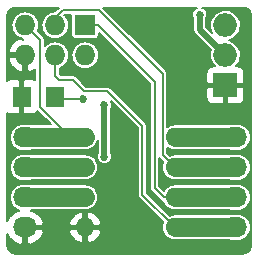
<source format=gtl>
G04 #@! TF.FileFunction,Copper,L1,Top,Signal*
%FSLAX46Y46*%
G04 Gerber Fmt 4.6, Leading zero omitted, Abs format (unit mm)*
G04 Created by KiCad (PCBNEW 4.0.1-stable) date 26.1.2016 16.01.09*
%MOMM*%
G01*
G04 APERTURE LIST*
%ADD10C,0.100000*%
%ADD11O,1.600000X1.600000*%
%ADD12O,2.032000X1.727200*%
%ADD13O,1.998980X1.998980*%
%ADD14R,1.998980X1.998980*%
%ADD15R,1.727200X1.727200*%
%ADD16O,1.727200X1.727200*%
%ADD17R,1.597660X1.800860*%
%ADD18C,0.685800*%
%ADD19C,0.500000*%
%ADD20C,1.600000*%
%ADD21C,0.200000*%
G04 APERTURE END LIST*
D10*
D11*
X172720000Y-109220000D03*
X172720000Y-111760000D03*
X172720000Y-114300000D03*
X172720000Y-116840000D03*
X180340000Y-116840000D03*
X180340000Y-114300000D03*
X180340000Y-111760000D03*
X180340000Y-109220000D03*
D12*
X167640000Y-109220000D03*
X167640000Y-111760000D03*
X167640000Y-114300000D03*
X167640000Y-116840000D03*
X185420000Y-116840000D03*
X185420000Y-114300000D03*
X185420000Y-111760000D03*
X185420000Y-109220000D03*
D13*
X184597040Y-99738180D03*
D14*
X184597040Y-104818180D03*
D13*
X184597040Y-102278180D03*
D15*
X172720000Y-99720400D03*
D16*
X172720000Y-102260400D03*
X170180000Y-99720400D03*
X170180000Y-102260400D03*
X167640000Y-99720400D03*
X167640000Y-102260400D03*
D17*
X170169840Y-105763060D03*
X167330120Y-105763060D03*
D18*
X182422800Y-98831400D03*
X174345600Y-106502200D03*
X174345600Y-110845600D03*
X172516800Y-105968800D03*
D19*
X182422800Y-98831400D02*
X182422800Y-100103940D01*
X182422800Y-100103940D02*
X184597040Y-102278180D01*
D20*
X180340000Y-109220000D02*
X185420000Y-109220000D01*
D19*
X174345600Y-110845600D02*
X174345600Y-106502200D01*
D21*
X167640000Y-99720400D02*
X168910000Y-100990400D01*
X168910000Y-100990400D02*
X168910000Y-106656802D01*
X168910000Y-106656802D02*
X171473198Y-109220000D01*
X171473198Y-109220000D02*
X171588630Y-109220000D01*
X171588630Y-109220000D02*
X172720000Y-109220000D01*
D20*
X172720000Y-109220000D02*
X167640000Y-109220000D01*
X172720000Y-111760000D02*
X167640000Y-111760000D01*
X172720000Y-114300000D02*
X167640000Y-114300000D01*
D21*
X174599600Y-105308400D02*
X172720000Y-105308400D01*
X170180000Y-102260400D02*
X170180000Y-103987600D01*
X170180000Y-103987600D02*
X170535600Y-104343200D01*
X170535600Y-104343200D02*
X171653200Y-104343200D01*
X172618400Y-105308400D02*
X172720000Y-105308400D01*
X171653200Y-104343200D02*
X172618400Y-105308400D01*
X180340000Y-116840000D02*
X177571400Y-114071400D01*
X177571400Y-114071400D02*
X177571400Y-108280200D01*
X177571400Y-108280200D02*
X174599600Y-105308400D01*
D20*
X180340000Y-116840000D02*
X185420000Y-116840000D01*
D21*
X172720000Y-99720400D02*
X173783600Y-99720400D01*
X179400200Y-114300000D02*
X180340000Y-114300000D01*
X178612800Y-113512600D02*
X179400200Y-114300000D01*
X178612800Y-104549600D02*
X178612800Y-113512600D01*
X173783600Y-99720400D02*
X178612800Y-104549600D01*
D20*
X180340000Y-114300000D02*
X185420000Y-114300000D01*
D21*
X170180000Y-99720400D02*
X170180000Y-99085400D01*
X170180000Y-99085400D02*
X170840400Y-98425000D01*
X179287599Y-110707599D02*
X180340000Y-111760000D01*
X170840400Y-98425000D02*
X173888400Y-98425000D01*
X173888400Y-98425000D02*
X179287599Y-103824199D01*
X179287599Y-103824199D02*
X179287599Y-110707599D01*
D20*
X180340000Y-111760000D02*
X185420000Y-111760000D01*
D21*
X172516800Y-105968800D02*
X170375580Y-105968800D01*
X170375580Y-105968800D02*
X170169840Y-105763060D01*
G36*
X170144551Y-98555164D02*
X169961963Y-98571781D01*
X169744108Y-98635899D01*
X169542855Y-98741111D01*
X169365872Y-98883410D01*
X169219898Y-99057374D01*
X169110494Y-99256379D01*
X169041827Y-99472844D01*
X169016513Y-99698524D01*
X169016400Y-99714770D01*
X169016400Y-99726030D01*
X169038561Y-99952041D01*
X169104198Y-100169443D01*
X169210813Y-100369956D01*
X169354343Y-100545942D01*
X169529323Y-100690698D01*
X169729087Y-100798710D01*
X169946026Y-100865864D01*
X170171877Y-100889602D01*
X170398037Y-100869019D01*
X170615892Y-100804901D01*
X170817145Y-100699689D01*
X170994128Y-100557390D01*
X171140102Y-100383426D01*
X171249506Y-100184421D01*
X171318173Y-99967956D01*
X171343487Y-99742276D01*
X171343600Y-99726030D01*
X171343600Y-99714770D01*
X171321439Y-99488759D01*
X171255802Y-99271357D01*
X171149187Y-99070844D01*
X171005657Y-98894858D01*
X170967661Y-98863425D01*
X171006085Y-98825000D01*
X171559468Y-98825000D01*
X171554949Y-98856800D01*
X171554949Y-100584000D01*
X171558759Y-100631774D01*
X171583852Y-100712803D01*
X171630526Y-100783634D01*
X171695085Y-100838657D01*
X171772418Y-100873516D01*
X171856400Y-100885451D01*
X173583600Y-100885451D01*
X173631374Y-100881641D01*
X173712403Y-100856548D01*
X173783234Y-100809874D01*
X173838257Y-100745315D01*
X173873116Y-100667982D01*
X173885051Y-100584000D01*
X173885051Y-100387537D01*
X178212800Y-104715286D01*
X178212800Y-113512600D01*
X178216407Y-113549384D01*
X178219626Y-113586180D01*
X178220213Y-113588199D01*
X178220418Y-113590294D01*
X178231101Y-113625677D01*
X178241406Y-113661147D01*
X178242374Y-113663015D01*
X178242982Y-113665028D01*
X178260331Y-113697658D01*
X178277332Y-113730455D01*
X178278644Y-113732098D01*
X178279632Y-113733957D01*
X178303002Y-113762611D01*
X178326036Y-113791466D01*
X178328924Y-113794396D01*
X178328972Y-113794454D01*
X178329026Y-113794499D01*
X178329957Y-113795443D01*
X179117357Y-114582843D01*
X179145942Y-114606323D01*
X179174213Y-114630045D01*
X179176055Y-114631058D01*
X179177682Y-114632394D01*
X179210253Y-114649858D01*
X179242623Y-114667654D01*
X179244629Y-114668290D01*
X179246482Y-114669284D01*
X179281820Y-114680088D01*
X179307789Y-114688326D01*
X179314776Y-114712067D01*
X179414237Y-114902320D01*
X179548758Y-115069630D01*
X179713214Y-115207625D01*
X179901342Y-115311049D01*
X180105975Y-115375962D01*
X180319320Y-115399893D01*
X180334678Y-115400000D01*
X184898970Y-115400000D01*
X185019306Y-115438173D01*
X185244986Y-115463487D01*
X185261232Y-115463600D01*
X185578768Y-115463600D01*
X185804779Y-115441439D01*
X186022181Y-115375802D01*
X186222694Y-115269187D01*
X186398680Y-115125657D01*
X186543436Y-114950677D01*
X186651448Y-114750913D01*
X186718602Y-114533974D01*
X186742340Y-114308123D01*
X186721757Y-114081963D01*
X186657639Y-113864108D01*
X186552427Y-113662855D01*
X186410128Y-113485872D01*
X186236164Y-113339898D01*
X186037159Y-113230494D01*
X185820694Y-113161827D01*
X185595014Y-113136513D01*
X185578768Y-113136400D01*
X185261232Y-113136400D01*
X185035221Y-113158561D01*
X184897967Y-113200000D01*
X180334678Y-113200000D01*
X180121020Y-113220949D01*
X179915501Y-113282999D01*
X179725947Y-113383787D01*
X179559580Y-113519472D01*
X179422737Y-113684888D01*
X179397482Y-113731596D01*
X179012800Y-113346914D01*
X179012800Y-110998486D01*
X179330251Y-111315937D01*
X179320629Y-111333733D01*
X179257145Y-111538814D01*
X179234705Y-111752321D01*
X179254162Y-111966119D01*
X179314776Y-112172067D01*
X179414237Y-112362320D01*
X179548758Y-112529630D01*
X179713214Y-112667625D01*
X179901342Y-112771049D01*
X180105975Y-112835962D01*
X180319320Y-112859893D01*
X180334678Y-112860000D01*
X184898970Y-112860000D01*
X185019306Y-112898173D01*
X185244986Y-112923487D01*
X185261232Y-112923600D01*
X185578768Y-112923600D01*
X185804779Y-112901439D01*
X186022181Y-112835802D01*
X186222694Y-112729187D01*
X186398680Y-112585657D01*
X186543436Y-112410677D01*
X186651448Y-112210913D01*
X186718602Y-111993974D01*
X186742340Y-111768123D01*
X186721757Y-111541963D01*
X186657639Y-111324108D01*
X186552427Y-111122855D01*
X186410128Y-110945872D01*
X186236164Y-110799898D01*
X186037159Y-110690494D01*
X185820694Y-110621827D01*
X185595014Y-110596513D01*
X185578768Y-110596400D01*
X185261232Y-110596400D01*
X185035221Y-110618561D01*
X184897967Y-110660000D01*
X180334678Y-110660000D01*
X180121020Y-110680949D01*
X179915501Y-110742999D01*
X179897994Y-110752308D01*
X179687599Y-110541913D01*
X179687599Y-110106131D01*
X179713214Y-110127625D01*
X179901342Y-110231049D01*
X180105975Y-110295962D01*
X180319320Y-110319893D01*
X180334678Y-110320000D01*
X184898970Y-110320000D01*
X185019306Y-110358173D01*
X185244986Y-110383487D01*
X185261232Y-110383600D01*
X185578768Y-110383600D01*
X185804779Y-110361439D01*
X186022181Y-110295802D01*
X186222694Y-110189187D01*
X186398680Y-110045657D01*
X186543436Y-109870677D01*
X186651448Y-109670913D01*
X186718602Y-109453974D01*
X186742340Y-109228123D01*
X186721757Y-109001963D01*
X186657639Y-108784108D01*
X186552427Y-108582855D01*
X186410128Y-108405872D01*
X186236164Y-108259898D01*
X186037159Y-108150494D01*
X185820694Y-108081827D01*
X185595014Y-108056513D01*
X185578768Y-108056400D01*
X185261232Y-108056400D01*
X185035221Y-108078561D01*
X184897967Y-108120000D01*
X180334678Y-108120000D01*
X180121020Y-108140949D01*
X179915501Y-108202999D01*
X179725947Y-108303787D01*
X179687599Y-108335063D01*
X179687599Y-105124180D01*
X182989550Y-105124180D01*
X182989550Y-105877553D01*
X183012915Y-105995017D01*
X183058747Y-106105666D01*
X183125286Y-106205248D01*
X183209973Y-106289935D01*
X183309554Y-106356473D01*
X183420203Y-106402305D01*
X183537667Y-106425670D01*
X184291040Y-106425670D01*
X184443040Y-106273670D01*
X184443040Y-104972180D01*
X184751040Y-104972180D01*
X184751040Y-106273670D01*
X184903040Y-106425670D01*
X185656413Y-106425670D01*
X185773877Y-106402305D01*
X185884526Y-106356473D01*
X185984107Y-106289935D01*
X186068794Y-106205248D01*
X186135333Y-106105666D01*
X186181165Y-105995017D01*
X186204530Y-105877553D01*
X186204530Y-105124180D01*
X186052530Y-104972180D01*
X184751040Y-104972180D01*
X184443040Y-104972180D01*
X183141550Y-104972180D01*
X182989550Y-105124180D01*
X179687599Y-105124180D01*
X179687599Y-103824199D01*
X179683988Y-103787370D01*
X179680773Y-103750619D01*
X179680186Y-103748600D01*
X179679981Y-103746505D01*
X179669298Y-103711122D01*
X179658993Y-103675652D01*
X179658025Y-103673784D01*
X179657417Y-103671771D01*
X179640078Y-103639162D01*
X179623067Y-103606343D01*
X179621754Y-103604698D01*
X179620767Y-103602842D01*
X179597415Y-103574210D01*
X179574363Y-103545333D01*
X179571478Y-103542408D01*
X179571427Y-103542345D01*
X179571369Y-103542297D01*
X179570441Y-103541356D01*
X174249967Y-98220881D01*
X182217613Y-98220881D01*
X182123506Y-98258903D01*
X182018007Y-98327939D01*
X181927927Y-98416152D01*
X181856696Y-98520182D01*
X181807028Y-98636066D01*
X181780815Y-98759390D01*
X181779055Y-98885457D01*
X181801814Y-99009465D01*
X181848227Y-99126690D01*
X181872800Y-99164820D01*
X181872800Y-100103940D01*
X181877758Y-100154502D01*
X181882186Y-100205113D01*
X181882993Y-100207890D01*
X181883275Y-100210769D01*
X181897962Y-100259416D01*
X181912133Y-100308192D01*
X181913464Y-100310759D01*
X181914300Y-100313529D01*
X181938168Y-100358419D01*
X181961532Y-100403492D01*
X181963334Y-100405750D01*
X181964693Y-100408305D01*
X181996835Y-100447715D01*
X182028500Y-100487381D01*
X182032468Y-100491406D01*
X182032536Y-100491489D01*
X182032613Y-100491552D01*
X182033891Y-100492849D01*
X183378160Y-101837118D01*
X183325947Y-102001713D01*
X183297677Y-102253748D01*
X183297550Y-102271892D01*
X183297550Y-102284468D01*
X183322299Y-102536874D01*
X183395602Y-102779665D01*
X183514667Y-103003595D01*
X183674960Y-103200133D01*
X183687721Y-103210690D01*
X183537667Y-103210690D01*
X183420203Y-103234055D01*
X183309554Y-103279887D01*
X183209973Y-103346425D01*
X183125286Y-103431112D01*
X183058747Y-103530694D01*
X183012915Y-103641343D01*
X182989550Y-103758807D01*
X182989550Y-104512180D01*
X183141550Y-104664180D01*
X184443040Y-104664180D01*
X184443040Y-104644180D01*
X184751040Y-104644180D01*
X184751040Y-104664180D01*
X186052530Y-104664180D01*
X186204530Y-104512180D01*
X186204530Y-103758807D01*
X186181165Y-103641343D01*
X186135333Y-103530694D01*
X186068794Y-103431112D01*
X185984107Y-103346425D01*
X185884526Y-103279887D01*
X185773877Y-103234055D01*
X185656413Y-103210690D01*
X185508116Y-103210690D01*
X185669267Y-103018637D01*
X185791447Y-102796392D01*
X185868133Y-102554647D01*
X185896403Y-102302612D01*
X185896530Y-102284468D01*
X185896530Y-102271892D01*
X185871781Y-102019486D01*
X185798478Y-101776695D01*
X185679413Y-101552765D01*
X185519120Y-101356227D01*
X185323706Y-101194566D01*
X185100613Y-101073940D01*
X184886089Y-101007534D01*
X185083838Y-100949334D01*
X185308593Y-100831835D01*
X185506246Y-100672918D01*
X185669267Y-100478637D01*
X185791447Y-100256392D01*
X185868133Y-100014647D01*
X185896403Y-99762612D01*
X185896530Y-99744468D01*
X185896530Y-99731892D01*
X185871781Y-99479486D01*
X185798478Y-99236695D01*
X185679413Y-99012765D01*
X185519120Y-98816227D01*
X185323706Y-98654566D01*
X185100613Y-98533940D01*
X184858339Y-98458944D01*
X184606112Y-98432434D01*
X184353540Y-98455420D01*
X184110242Y-98527026D01*
X183885487Y-98644525D01*
X183687834Y-98803442D01*
X183524813Y-98997723D01*
X183402633Y-99219968D01*
X183325947Y-99461713D01*
X183297677Y-99713748D01*
X183297550Y-99731892D01*
X183297550Y-99744468D01*
X183322299Y-99996874D01*
X183395602Y-100239665D01*
X183462885Y-100366207D01*
X182972800Y-99876122D01*
X182972800Y-99167082D01*
X182984503Y-99150492D01*
X183035784Y-99035313D01*
X183063717Y-98912367D01*
X183065728Y-98768360D01*
X183041239Y-98644682D01*
X182993194Y-98528116D01*
X182923423Y-98423102D01*
X182834583Y-98333640D01*
X182730058Y-98263137D01*
X182629534Y-98220881D01*
X186095092Y-98220881D01*
X186239055Y-98234997D01*
X186359904Y-98271483D01*
X186471366Y-98330748D01*
X186569192Y-98410533D01*
X186649661Y-98507804D01*
X186709700Y-98618844D01*
X186747030Y-98739439D01*
X186762040Y-98882246D01*
X186762040Y-118388842D01*
X186747923Y-118532814D01*
X186711437Y-118653664D01*
X186652171Y-118765128D01*
X186572386Y-118862953D01*
X186475120Y-118943418D01*
X186364076Y-119003460D01*
X186243481Y-119040790D01*
X186100673Y-119055800D01*
X166797278Y-119055800D01*
X166653306Y-119041683D01*
X166532456Y-119005197D01*
X166420992Y-118945931D01*
X166323167Y-118866146D01*
X166242702Y-118768880D01*
X166182660Y-118657836D01*
X166145330Y-118537241D01*
X166130320Y-118394433D01*
X166130320Y-117398534D01*
X166150583Y-117454612D01*
X166296178Y-117703642D01*
X166487559Y-117919482D01*
X166717371Y-118093838D01*
X166976782Y-118220010D01*
X167255824Y-118293149D01*
X167486000Y-118159516D01*
X167486000Y-116994000D01*
X167794000Y-116994000D01*
X167794000Y-118159516D01*
X168024176Y-118293149D01*
X168303218Y-118220010D01*
X168562629Y-118093838D01*
X168792441Y-117919482D01*
X168983822Y-117703642D01*
X169129417Y-117454612D01*
X169213811Y-117221049D01*
X169208927Y-117211042D01*
X171361769Y-117211042D01*
X171384527Y-117286085D01*
X171497215Y-117538051D01*
X171656894Y-117763192D01*
X171857427Y-117952855D01*
X172091108Y-118099752D01*
X172348957Y-118198237D01*
X172566000Y-118087559D01*
X172566000Y-116994000D01*
X172874000Y-116994000D01*
X172874000Y-118087559D01*
X173091043Y-118198237D01*
X173348892Y-118099752D01*
X173582573Y-117952855D01*
X173783106Y-117763192D01*
X173942785Y-117538051D01*
X174055473Y-117286085D01*
X174078231Y-117211042D01*
X173966523Y-116994000D01*
X172874000Y-116994000D01*
X172566000Y-116994000D01*
X171473477Y-116994000D01*
X171361769Y-117211042D01*
X169208927Y-117211042D01*
X169102983Y-116994000D01*
X167794000Y-116994000D01*
X167486000Y-116994000D01*
X167466000Y-116994000D01*
X167466000Y-116686000D01*
X167486000Y-116686000D01*
X167486000Y-116666000D01*
X167794000Y-116666000D01*
X167794000Y-116686000D01*
X169102983Y-116686000D01*
X169208926Y-116468958D01*
X171361769Y-116468958D01*
X171473477Y-116686000D01*
X172566000Y-116686000D01*
X172566000Y-115592441D01*
X172874000Y-115592441D01*
X172874000Y-116686000D01*
X173966523Y-116686000D01*
X174078231Y-116468958D01*
X174055473Y-116393915D01*
X173942785Y-116141949D01*
X173783106Y-115916808D01*
X173582573Y-115727145D01*
X173348892Y-115580248D01*
X173091043Y-115481763D01*
X172874000Y-115592441D01*
X172566000Y-115592441D01*
X172348957Y-115481763D01*
X172091108Y-115580248D01*
X171857427Y-115727145D01*
X171656894Y-115916808D01*
X171497215Y-116141949D01*
X171384527Y-116393915D01*
X171361769Y-116468958D01*
X169208926Y-116468958D01*
X169213811Y-116458951D01*
X169129417Y-116225388D01*
X168983822Y-115976358D01*
X168792441Y-115760518D01*
X168562629Y-115586162D01*
X168303218Y-115459990D01*
X168121282Y-115412303D01*
X168162033Y-115400000D01*
X172725322Y-115400000D01*
X172938980Y-115379051D01*
X173144499Y-115317001D01*
X173334053Y-115216213D01*
X173500420Y-115080528D01*
X173637263Y-114915112D01*
X173739371Y-114726267D01*
X173802855Y-114521186D01*
X173825295Y-114307679D01*
X173805838Y-114093881D01*
X173745224Y-113887933D01*
X173645763Y-113697680D01*
X173511242Y-113530370D01*
X173346786Y-113392375D01*
X173158658Y-113288951D01*
X172954025Y-113224038D01*
X172740680Y-113200107D01*
X172725322Y-113200000D01*
X168161030Y-113200000D01*
X168040694Y-113161827D01*
X167815014Y-113136513D01*
X167798768Y-113136400D01*
X167481232Y-113136400D01*
X167255221Y-113158561D01*
X167037819Y-113224198D01*
X166837306Y-113330813D01*
X166661320Y-113474343D01*
X166516564Y-113649323D01*
X166408552Y-113849087D01*
X166341398Y-114066026D01*
X166317660Y-114291877D01*
X166338243Y-114518037D01*
X166402361Y-114735892D01*
X166507573Y-114937145D01*
X166649872Y-115114128D01*
X166823836Y-115260102D01*
X167022841Y-115369506D01*
X167158190Y-115412442D01*
X166976782Y-115459990D01*
X166717371Y-115586162D01*
X166487559Y-115760518D01*
X166296178Y-115976358D01*
X166150583Y-116225388D01*
X166130320Y-116281466D01*
X166130320Y-111751877D01*
X166317660Y-111751877D01*
X166338243Y-111978037D01*
X166402361Y-112195892D01*
X166507573Y-112397145D01*
X166649872Y-112574128D01*
X166823836Y-112720102D01*
X167022841Y-112829506D01*
X167239306Y-112898173D01*
X167464986Y-112923487D01*
X167481232Y-112923600D01*
X167798768Y-112923600D01*
X168024779Y-112901439D01*
X168162033Y-112860000D01*
X172725322Y-112860000D01*
X172938980Y-112839051D01*
X173144499Y-112777001D01*
X173334053Y-112676213D01*
X173500420Y-112540528D01*
X173637263Y-112375112D01*
X173739371Y-112186267D01*
X173802855Y-111981186D01*
X173825295Y-111767679D01*
X173805838Y-111553881D01*
X173745224Y-111347933D01*
X173645763Y-111157680D01*
X173511242Y-110990370D01*
X173346786Y-110852375D01*
X173158658Y-110748951D01*
X172954025Y-110684038D01*
X172740680Y-110660107D01*
X172725322Y-110660000D01*
X168161030Y-110660000D01*
X168040694Y-110621827D01*
X167815014Y-110596513D01*
X167798768Y-110596400D01*
X167481232Y-110596400D01*
X167255221Y-110618561D01*
X167037819Y-110684198D01*
X166837306Y-110790813D01*
X166661320Y-110934343D01*
X166516564Y-111109323D01*
X166408552Y-111309087D01*
X166341398Y-111526026D01*
X166317660Y-111751877D01*
X166130320Y-111751877D01*
X166130320Y-107122362D01*
X166143712Y-107135754D01*
X166243294Y-107202293D01*
X166353943Y-107248125D01*
X166471407Y-107271490D01*
X167024120Y-107271490D01*
X167176120Y-107119490D01*
X167176120Y-105917060D01*
X167156120Y-105917060D01*
X167156120Y-105609060D01*
X167176120Y-105609060D01*
X167176120Y-104406630D01*
X167024120Y-104254630D01*
X166471407Y-104254630D01*
X166353943Y-104277995D01*
X166243294Y-104323827D01*
X166143712Y-104390366D01*
X166130320Y-104403758D01*
X166130320Y-102641450D01*
X166218583Y-102641450D01*
X166320234Y-102911433D01*
X166472603Y-103156397D01*
X166669835Y-103366929D01*
X166904350Y-103534937D01*
X167167135Y-103653965D01*
X167258951Y-103681811D01*
X167486000Y-103570983D01*
X167486000Y-102414400D01*
X166328474Y-102414400D01*
X166218583Y-102641450D01*
X166130320Y-102641450D01*
X166130320Y-101879350D01*
X166218583Y-101879350D01*
X166328474Y-102106400D01*
X167486000Y-102106400D01*
X167486000Y-102086400D01*
X167794000Y-102086400D01*
X167794000Y-102106400D01*
X167814000Y-102106400D01*
X167814000Y-102414400D01*
X167794000Y-102414400D01*
X167794000Y-103570983D01*
X168021049Y-103681811D01*
X168112865Y-103653965D01*
X168375650Y-103534937D01*
X168510000Y-103438688D01*
X168510000Y-104386004D01*
X168416946Y-104323827D01*
X168306297Y-104277995D01*
X168188833Y-104254630D01*
X167636120Y-104254630D01*
X167484120Y-104406630D01*
X167484120Y-105609060D01*
X167504120Y-105609060D01*
X167504120Y-105917060D01*
X167484120Y-105917060D01*
X167484120Y-107119490D01*
X167636120Y-107271490D01*
X168188833Y-107271490D01*
X168306297Y-107248125D01*
X168416946Y-107202293D01*
X168516528Y-107135754D01*
X168601215Y-107051067D01*
X168656235Y-106968723D01*
X169807512Y-108120000D01*
X168161030Y-108120000D01*
X168040694Y-108081827D01*
X167815014Y-108056513D01*
X167798768Y-108056400D01*
X167481232Y-108056400D01*
X167255221Y-108078561D01*
X167037819Y-108144198D01*
X166837306Y-108250813D01*
X166661320Y-108394343D01*
X166516564Y-108569323D01*
X166408552Y-108769087D01*
X166341398Y-108986026D01*
X166317660Y-109211877D01*
X166338243Y-109438037D01*
X166402361Y-109655892D01*
X166507573Y-109857145D01*
X166649872Y-110034128D01*
X166823836Y-110180102D01*
X167022841Y-110289506D01*
X167239306Y-110358173D01*
X167464986Y-110383487D01*
X167481232Y-110383600D01*
X167798768Y-110383600D01*
X168024779Y-110361439D01*
X168162033Y-110320000D01*
X172725322Y-110320000D01*
X172938980Y-110299051D01*
X173144499Y-110237001D01*
X173334053Y-110136213D01*
X173500420Y-110000528D01*
X173637263Y-109835112D01*
X173739371Y-109646267D01*
X173795600Y-109464623D01*
X173795600Y-110510863D01*
X173779496Y-110534382D01*
X173729828Y-110650266D01*
X173703615Y-110773590D01*
X173701855Y-110899657D01*
X173724614Y-111023665D01*
X173771027Y-111140890D01*
X173839325Y-111246868D01*
X173926907Y-111337562D01*
X174030437Y-111409517D01*
X174145972Y-111459993D01*
X174269110Y-111487067D01*
X174395161Y-111489707D01*
X174519325Y-111467814D01*
X174636872Y-111422220D01*
X174743324Y-111354664D01*
X174834627Y-111267717D01*
X174907303Y-111164692D01*
X174958584Y-111049513D01*
X174986517Y-110926567D01*
X174988528Y-110782560D01*
X174964039Y-110658882D01*
X174915994Y-110542316D01*
X174895600Y-110511621D01*
X174895600Y-106837882D01*
X174907303Y-106821292D01*
X174958584Y-106706113D01*
X174986517Y-106583167D01*
X174988528Y-106439160D01*
X174964039Y-106315482D01*
X174915994Y-106198916D01*
X174899293Y-106173779D01*
X177171400Y-108445886D01*
X177171400Y-114071400D01*
X177175007Y-114108184D01*
X177178226Y-114144980D01*
X177178813Y-114146999D01*
X177179018Y-114149094D01*
X177189701Y-114184477D01*
X177200006Y-114219947D01*
X177200974Y-114221815D01*
X177201582Y-114223828D01*
X177218931Y-114256458D01*
X177235932Y-114289255D01*
X177237244Y-114290898D01*
X177238232Y-114292757D01*
X177261602Y-114321411D01*
X177284636Y-114350266D01*
X177287524Y-114353196D01*
X177287572Y-114353254D01*
X177287626Y-114353299D01*
X177288557Y-114354243D01*
X179330251Y-116395937D01*
X179320629Y-116413733D01*
X179257145Y-116618814D01*
X179234705Y-116832321D01*
X179254162Y-117046119D01*
X179314776Y-117252067D01*
X179414237Y-117442320D01*
X179548758Y-117609630D01*
X179713214Y-117747625D01*
X179901342Y-117851049D01*
X180105975Y-117915962D01*
X180319320Y-117939893D01*
X180334678Y-117940000D01*
X184898970Y-117940000D01*
X185019306Y-117978173D01*
X185244986Y-118003487D01*
X185261232Y-118003600D01*
X185578768Y-118003600D01*
X185804779Y-117981439D01*
X186022181Y-117915802D01*
X186222694Y-117809187D01*
X186398680Y-117665657D01*
X186543436Y-117490677D01*
X186651448Y-117290913D01*
X186718602Y-117073974D01*
X186742340Y-116848123D01*
X186721757Y-116621963D01*
X186657639Y-116404108D01*
X186552427Y-116202855D01*
X186410128Y-116025872D01*
X186236164Y-115879898D01*
X186037159Y-115770494D01*
X185820694Y-115701827D01*
X185595014Y-115676513D01*
X185578768Y-115676400D01*
X185261232Y-115676400D01*
X185035221Y-115698561D01*
X184897967Y-115740000D01*
X180334678Y-115740000D01*
X180121020Y-115760949D01*
X179915501Y-115822999D01*
X179897993Y-115832308D01*
X177971400Y-113905714D01*
X177971400Y-108280200D01*
X177967793Y-108243416D01*
X177964574Y-108206620D01*
X177963987Y-108204601D01*
X177963782Y-108202506D01*
X177953099Y-108167123D01*
X177942794Y-108131653D01*
X177941826Y-108129785D01*
X177941218Y-108127772D01*
X177923889Y-108095182D01*
X177906869Y-108062345D01*
X177905555Y-108060698D01*
X177904568Y-108058843D01*
X177881221Y-108030216D01*
X177858164Y-108001334D01*
X177855276Y-107998404D01*
X177855228Y-107998346D01*
X177855174Y-107998301D01*
X177854243Y-107997357D01*
X174882443Y-105025557D01*
X174853858Y-105002077D01*
X174825587Y-104978355D01*
X174823745Y-104977342D01*
X174822118Y-104976006D01*
X174789547Y-104958542D01*
X174757177Y-104940746D01*
X174755171Y-104940110D01*
X174753318Y-104939116D01*
X174718021Y-104928325D01*
X174682765Y-104917141D01*
X174680671Y-104916906D01*
X174678662Y-104916292D01*
X174641913Y-104912559D01*
X174605185Y-104908439D01*
X174601078Y-104908410D01*
X174600996Y-104908402D01*
X174600920Y-104908409D01*
X174599600Y-104908400D01*
X172784086Y-104908400D01*
X171936043Y-104060357D01*
X171907458Y-104036877D01*
X171879187Y-104013155D01*
X171877345Y-104012142D01*
X171875718Y-104010806D01*
X171843147Y-103993342D01*
X171810777Y-103975546D01*
X171808771Y-103974910D01*
X171806918Y-103973916D01*
X171771621Y-103963125D01*
X171736365Y-103951941D01*
X171734271Y-103951706D01*
X171732262Y-103951092D01*
X171695513Y-103947359D01*
X171658785Y-103943239D01*
X171654678Y-103943210D01*
X171654596Y-103943202D01*
X171654520Y-103943209D01*
X171653200Y-103943200D01*
X170701285Y-103943200D01*
X170580000Y-103821914D01*
X170580000Y-103355465D01*
X170615892Y-103344901D01*
X170817145Y-103239689D01*
X170994128Y-103097390D01*
X171140102Y-102923426D01*
X171249506Y-102724421D01*
X171318173Y-102507956D01*
X171343487Y-102282276D01*
X171343600Y-102266030D01*
X171343600Y-102254770D01*
X171556400Y-102254770D01*
X171556400Y-102266030D01*
X171578561Y-102492041D01*
X171644198Y-102709443D01*
X171750813Y-102909956D01*
X171894343Y-103085942D01*
X172069323Y-103230698D01*
X172269087Y-103338710D01*
X172486026Y-103405864D01*
X172711877Y-103429602D01*
X172938037Y-103409019D01*
X173155892Y-103344901D01*
X173357145Y-103239689D01*
X173534128Y-103097390D01*
X173680102Y-102923426D01*
X173789506Y-102724421D01*
X173858173Y-102507956D01*
X173883487Y-102282276D01*
X173883600Y-102266030D01*
X173883600Y-102254770D01*
X173861439Y-102028759D01*
X173795802Y-101811357D01*
X173689187Y-101610844D01*
X173545657Y-101434858D01*
X173370677Y-101290102D01*
X173170913Y-101182090D01*
X172953974Y-101114936D01*
X172728123Y-101091198D01*
X172501963Y-101111781D01*
X172284108Y-101175899D01*
X172082855Y-101281111D01*
X171905872Y-101423410D01*
X171759898Y-101597374D01*
X171650494Y-101796379D01*
X171581827Y-102012844D01*
X171556513Y-102238524D01*
X171556400Y-102254770D01*
X171343600Y-102254770D01*
X171321439Y-102028759D01*
X171255802Y-101811357D01*
X171149187Y-101610844D01*
X171005657Y-101434858D01*
X170830677Y-101290102D01*
X170630913Y-101182090D01*
X170413974Y-101114936D01*
X170188123Y-101091198D01*
X169961963Y-101111781D01*
X169744108Y-101175899D01*
X169542855Y-101281111D01*
X169365872Y-101423410D01*
X169310000Y-101489995D01*
X169310000Y-100990400D01*
X169306393Y-100953616D01*
X169303174Y-100916820D01*
X169302587Y-100914801D01*
X169302382Y-100912706D01*
X169291699Y-100877323D01*
X169281394Y-100841853D01*
X169280426Y-100839985D01*
X169279818Y-100837972D01*
X169262479Y-100805363D01*
X169245468Y-100772544D01*
X169244155Y-100770899D01*
X169243168Y-100769043D01*
X169219816Y-100740411D01*
X169196764Y-100711534D01*
X169193876Y-100708604D01*
X169193828Y-100708546D01*
X169193774Y-100708501D01*
X169192843Y-100707557D01*
X168695388Y-100210102D01*
X168709506Y-100184421D01*
X168778173Y-99967956D01*
X168803487Y-99742276D01*
X168803600Y-99726030D01*
X168803600Y-99714770D01*
X168781439Y-99488759D01*
X168715802Y-99271357D01*
X168609187Y-99070844D01*
X168465657Y-98894858D01*
X168290677Y-98750102D01*
X168090913Y-98642090D01*
X167873974Y-98574936D01*
X167648123Y-98551198D01*
X167421963Y-98571781D01*
X167204108Y-98635899D01*
X167002855Y-98741111D01*
X166825872Y-98883410D01*
X166679898Y-99057374D01*
X166570494Y-99256379D01*
X166501827Y-99472844D01*
X166476513Y-99698524D01*
X166476400Y-99714770D01*
X166476400Y-99726030D01*
X166498561Y-99952041D01*
X166564198Y-100169443D01*
X166670813Y-100369956D01*
X166814343Y-100545942D01*
X166989323Y-100690698D01*
X167189087Y-100798710D01*
X167406026Y-100865864D01*
X167485998Y-100874269D01*
X167485998Y-100949816D01*
X167258951Y-100838989D01*
X167167135Y-100866835D01*
X166904350Y-100985863D01*
X166669835Y-101153871D01*
X166472603Y-101364403D01*
X166320234Y-101609367D01*
X166218583Y-101879350D01*
X166130320Y-101879350D01*
X166130320Y-98887839D01*
X166144437Y-98743865D01*
X166180923Y-98623016D01*
X166240188Y-98511554D01*
X166319973Y-98413728D01*
X166417244Y-98333259D01*
X166528284Y-98273220D01*
X166648879Y-98235890D01*
X166791677Y-98220881D01*
X170478834Y-98220881D01*
X170144551Y-98555164D01*
X170144551Y-98555164D01*
G37*
X170144551Y-98555164D02*
X169961963Y-98571781D01*
X169744108Y-98635899D01*
X169542855Y-98741111D01*
X169365872Y-98883410D01*
X169219898Y-99057374D01*
X169110494Y-99256379D01*
X169041827Y-99472844D01*
X169016513Y-99698524D01*
X169016400Y-99714770D01*
X169016400Y-99726030D01*
X169038561Y-99952041D01*
X169104198Y-100169443D01*
X169210813Y-100369956D01*
X169354343Y-100545942D01*
X169529323Y-100690698D01*
X169729087Y-100798710D01*
X169946026Y-100865864D01*
X170171877Y-100889602D01*
X170398037Y-100869019D01*
X170615892Y-100804901D01*
X170817145Y-100699689D01*
X170994128Y-100557390D01*
X171140102Y-100383426D01*
X171249506Y-100184421D01*
X171318173Y-99967956D01*
X171343487Y-99742276D01*
X171343600Y-99726030D01*
X171343600Y-99714770D01*
X171321439Y-99488759D01*
X171255802Y-99271357D01*
X171149187Y-99070844D01*
X171005657Y-98894858D01*
X170967661Y-98863425D01*
X171006085Y-98825000D01*
X171559468Y-98825000D01*
X171554949Y-98856800D01*
X171554949Y-100584000D01*
X171558759Y-100631774D01*
X171583852Y-100712803D01*
X171630526Y-100783634D01*
X171695085Y-100838657D01*
X171772418Y-100873516D01*
X171856400Y-100885451D01*
X173583600Y-100885451D01*
X173631374Y-100881641D01*
X173712403Y-100856548D01*
X173783234Y-100809874D01*
X173838257Y-100745315D01*
X173873116Y-100667982D01*
X173885051Y-100584000D01*
X173885051Y-100387537D01*
X178212800Y-104715286D01*
X178212800Y-113512600D01*
X178216407Y-113549384D01*
X178219626Y-113586180D01*
X178220213Y-113588199D01*
X178220418Y-113590294D01*
X178231101Y-113625677D01*
X178241406Y-113661147D01*
X178242374Y-113663015D01*
X178242982Y-113665028D01*
X178260331Y-113697658D01*
X178277332Y-113730455D01*
X178278644Y-113732098D01*
X178279632Y-113733957D01*
X178303002Y-113762611D01*
X178326036Y-113791466D01*
X178328924Y-113794396D01*
X178328972Y-113794454D01*
X178329026Y-113794499D01*
X178329957Y-113795443D01*
X179117357Y-114582843D01*
X179145942Y-114606323D01*
X179174213Y-114630045D01*
X179176055Y-114631058D01*
X179177682Y-114632394D01*
X179210253Y-114649858D01*
X179242623Y-114667654D01*
X179244629Y-114668290D01*
X179246482Y-114669284D01*
X179281820Y-114680088D01*
X179307789Y-114688326D01*
X179314776Y-114712067D01*
X179414237Y-114902320D01*
X179548758Y-115069630D01*
X179713214Y-115207625D01*
X179901342Y-115311049D01*
X180105975Y-115375962D01*
X180319320Y-115399893D01*
X180334678Y-115400000D01*
X184898970Y-115400000D01*
X185019306Y-115438173D01*
X185244986Y-115463487D01*
X185261232Y-115463600D01*
X185578768Y-115463600D01*
X185804779Y-115441439D01*
X186022181Y-115375802D01*
X186222694Y-115269187D01*
X186398680Y-115125657D01*
X186543436Y-114950677D01*
X186651448Y-114750913D01*
X186718602Y-114533974D01*
X186742340Y-114308123D01*
X186721757Y-114081963D01*
X186657639Y-113864108D01*
X186552427Y-113662855D01*
X186410128Y-113485872D01*
X186236164Y-113339898D01*
X186037159Y-113230494D01*
X185820694Y-113161827D01*
X185595014Y-113136513D01*
X185578768Y-113136400D01*
X185261232Y-113136400D01*
X185035221Y-113158561D01*
X184897967Y-113200000D01*
X180334678Y-113200000D01*
X180121020Y-113220949D01*
X179915501Y-113282999D01*
X179725947Y-113383787D01*
X179559580Y-113519472D01*
X179422737Y-113684888D01*
X179397482Y-113731596D01*
X179012800Y-113346914D01*
X179012800Y-110998486D01*
X179330251Y-111315937D01*
X179320629Y-111333733D01*
X179257145Y-111538814D01*
X179234705Y-111752321D01*
X179254162Y-111966119D01*
X179314776Y-112172067D01*
X179414237Y-112362320D01*
X179548758Y-112529630D01*
X179713214Y-112667625D01*
X179901342Y-112771049D01*
X180105975Y-112835962D01*
X180319320Y-112859893D01*
X180334678Y-112860000D01*
X184898970Y-112860000D01*
X185019306Y-112898173D01*
X185244986Y-112923487D01*
X185261232Y-112923600D01*
X185578768Y-112923600D01*
X185804779Y-112901439D01*
X186022181Y-112835802D01*
X186222694Y-112729187D01*
X186398680Y-112585657D01*
X186543436Y-112410677D01*
X186651448Y-112210913D01*
X186718602Y-111993974D01*
X186742340Y-111768123D01*
X186721757Y-111541963D01*
X186657639Y-111324108D01*
X186552427Y-111122855D01*
X186410128Y-110945872D01*
X186236164Y-110799898D01*
X186037159Y-110690494D01*
X185820694Y-110621827D01*
X185595014Y-110596513D01*
X185578768Y-110596400D01*
X185261232Y-110596400D01*
X185035221Y-110618561D01*
X184897967Y-110660000D01*
X180334678Y-110660000D01*
X180121020Y-110680949D01*
X179915501Y-110742999D01*
X179897994Y-110752308D01*
X179687599Y-110541913D01*
X179687599Y-110106131D01*
X179713214Y-110127625D01*
X179901342Y-110231049D01*
X180105975Y-110295962D01*
X180319320Y-110319893D01*
X180334678Y-110320000D01*
X184898970Y-110320000D01*
X185019306Y-110358173D01*
X185244986Y-110383487D01*
X185261232Y-110383600D01*
X185578768Y-110383600D01*
X185804779Y-110361439D01*
X186022181Y-110295802D01*
X186222694Y-110189187D01*
X186398680Y-110045657D01*
X186543436Y-109870677D01*
X186651448Y-109670913D01*
X186718602Y-109453974D01*
X186742340Y-109228123D01*
X186721757Y-109001963D01*
X186657639Y-108784108D01*
X186552427Y-108582855D01*
X186410128Y-108405872D01*
X186236164Y-108259898D01*
X186037159Y-108150494D01*
X185820694Y-108081827D01*
X185595014Y-108056513D01*
X185578768Y-108056400D01*
X185261232Y-108056400D01*
X185035221Y-108078561D01*
X184897967Y-108120000D01*
X180334678Y-108120000D01*
X180121020Y-108140949D01*
X179915501Y-108202999D01*
X179725947Y-108303787D01*
X179687599Y-108335063D01*
X179687599Y-105124180D01*
X182989550Y-105124180D01*
X182989550Y-105877553D01*
X183012915Y-105995017D01*
X183058747Y-106105666D01*
X183125286Y-106205248D01*
X183209973Y-106289935D01*
X183309554Y-106356473D01*
X183420203Y-106402305D01*
X183537667Y-106425670D01*
X184291040Y-106425670D01*
X184443040Y-106273670D01*
X184443040Y-104972180D01*
X184751040Y-104972180D01*
X184751040Y-106273670D01*
X184903040Y-106425670D01*
X185656413Y-106425670D01*
X185773877Y-106402305D01*
X185884526Y-106356473D01*
X185984107Y-106289935D01*
X186068794Y-106205248D01*
X186135333Y-106105666D01*
X186181165Y-105995017D01*
X186204530Y-105877553D01*
X186204530Y-105124180D01*
X186052530Y-104972180D01*
X184751040Y-104972180D01*
X184443040Y-104972180D01*
X183141550Y-104972180D01*
X182989550Y-105124180D01*
X179687599Y-105124180D01*
X179687599Y-103824199D01*
X179683988Y-103787370D01*
X179680773Y-103750619D01*
X179680186Y-103748600D01*
X179679981Y-103746505D01*
X179669298Y-103711122D01*
X179658993Y-103675652D01*
X179658025Y-103673784D01*
X179657417Y-103671771D01*
X179640078Y-103639162D01*
X179623067Y-103606343D01*
X179621754Y-103604698D01*
X179620767Y-103602842D01*
X179597415Y-103574210D01*
X179574363Y-103545333D01*
X179571478Y-103542408D01*
X179571427Y-103542345D01*
X179571369Y-103542297D01*
X179570441Y-103541356D01*
X174249967Y-98220881D01*
X182217613Y-98220881D01*
X182123506Y-98258903D01*
X182018007Y-98327939D01*
X181927927Y-98416152D01*
X181856696Y-98520182D01*
X181807028Y-98636066D01*
X181780815Y-98759390D01*
X181779055Y-98885457D01*
X181801814Y-99009465D01*
X181848227Y-99126690D01*
X181872800Y-99164820D01*
X181872800Y-100103940D01*
X181877758Y-100154502D01*
X181882186Y-100205113D01*
X181882993Y-100207890D01*
X181883275Y-100210769D01*
X181897962Y-100259416D01*
X181912133Y-100308192D01*
X181913464Y-100310759D01*
X181914300Y-100313529D01*
X181938168Y-100358419D01*
X181961532Y-100403492D01*
X181963334Y-100405750D01*
X181964693Y-100408305D01*
X181996835Y-100447715D01*
X182028500Y-100487381D01*
X182032468Y-100491406D01*
X182032536Y-100491489D01*
X182032613Y-100491552D01*
X182033891Y-100492849D01*
X183378160Y-101837118D01*
X183325947Y-102001713D01*
X183297677Y-102253748D01*
X183297550Y-102271892D01*
X183297550Y-102284468D01*
X183322299Y-102536874D01*
X183395602Y-102779665D01*
X183514667Y-103003595D01*
X183674960Y-103200133D01*
X183687721Y-103210690D01*
X183537667Y-103210690D01*
X183420203Y-103234055D01*
X183309554Y-103279887D01*
X183209973Y-103346425D01*
X183125286Y-103431112D01*
X183058747Y-103530694D01*
X183012915Y-103641343D01*
X182989550Y-103758807D01*
X182989550Y-104512180D01*
X183141550Y-104664180D01*
X184443040Y-104664180D01*
X184443040Y-104644180D01*
X184751040Y-104644180D01*
X184751040Y-104664180D01*
X186052530Y-104664180D01*
X186204530Y-104512180D01*
X186204530Y-103758807D01*
X186181165Y-103641343D01*
X186135333Y-103530694D01*
X186068794Y-103431112D01*
X185984107Y-103346425D01*
X185884526Y-103279887D01*
X185773877Y-103234055D01*
X185656413Y-103210690D01*
X185508116Y-103210690D01*
X185669267Y-103018637D01*
X185791447Y-102796392D01*
X185868133Y-102554647D01*
X185896403Y-102302612D01*
X185896530Y-102284468D01*
X185896530Y-102271892D01*
X185871781Y-102019486D01*
X185798478Y-101776695D01*
X185679413Y-101552765D01*
X185519120Y-101356227D01*
X185323706Y-101194566D01*
X185100613Y-101073940D01*
X184886089Y-101007534D01*
X185083838Y-100949334D01*
X185308593Y-100831835D01*
X185506246Y-100672918D01*
X185669267Y-100478637D01*
X185791447Y-100256392D01*
X185868133Y-100014647D01*
X185896403Y-99762612D01*
X185896530Y-99744468D01*
X185896530Y-99731892D01*
X185871781Y-99479486D01*
X185798478Y-99236695D01*
X185679413Y-99012765D01*
X185519120Y-98816227D01*
X185323706Y-98654566D01*
X185100613Y-98533940D01*
X184858339Y-98458944D01*
X184606112Y-98432434D01*
X184353540Y-98455420D01*
X184110242Y-98527026D01*
X183885487Y-98644525D01*
X183687834Y-98803442D01*
X183524813Y-98997723D01*
X183402633Y-99219968D01*
X183325947Y-99461713D01*
X183297677Y-99713748D01*
X183297550Y-99731892D01*
X183297550Y-99744468D01*
X183322299Y-99996874D01*
X183395602Y-100239665D01*
X183462885Y-100366207D01*
X182972800Y-99876122D01*
X182972800Y-99167082D01*
X182984503Y-99150492D01*
X183035784Y-99035313D01*
X183063717Y-98912367D01*
X183065728Y-98768360D01*
X183041239Y-98644682D01*
X182993194Y-98528116D01*
X182923423Y-98423102D01*
X182834583Y-98333640D01*
X182730058Y-98263137D01*
X182629534Y-98220881D01*
X186095092Y-98220881D01*
X186239055Y-98234997D01*
X186359904Y-98271483D01*
X186471366Y-98330748D01*
X186569192Y-98410533D01*
X186649661Y-98507804D01*
X186709700Y-98618844D01*
X186747030Y-98739439D01*
X186762040Y-98882246D01*
X186762040Y-118388842D01*
X186747923Y-118532814D01*
X186711437Y-118653664D01*
X186652171Y-118765128D01*
X186572386Y-118862953D01*
X186475120Y-118943418D01*
X186364076Y-119003460D01*
X186243481Y-119040790D01*
X186100673Y-119055800D01*
X166797278Y-119055800D01*
X166653306Y-119041683D01*
X166532456Y-119005197D01*
X166420992Y-118945931D01*
X166323167Y-118866146D01*
X166242702Y-118768880D01*
X166182660Y-118657836D01*
X166145330Y-118537241D01*
X166130320Y-118394433D01*
X166130320Y-117398534D01*
X166150583Y-117454612D01*
X166296178Y-117703642D01*
X166487559Y-117919482D01*
X166717371Y-118093838D01*
X166976782Y-118220010D01*
X167255824Y-118293149D01*
X167486000Y-118159516D01*
X167486000Y-116994000D01*
X167794000Y-116994000D01*
X167794000Y-118159516D01*
X168024176Y-118293149D01*
X168303218Y-118220010D01*
X168562629Y-118093838D01*
X168792441Y-117919482D01*
X168983822Y-117703642D01*
X169129417Y-117454612D01*
X169213811Y-117221049D01*
X169208927Y-117211042D01*
X171361769Y-117211042D01*
X171384527Y-117286085D01*
X171497215Y-117538051D01*
X171656894Y-117763192D01*
X171857427Y-117952855D01*
X172091108Y-118099752D01*
X172348957Y-118198237D01*
X172566000Y-118087559D01*
X172566000Y-116994000D01*
X172874000Y-116994000D01*
X172874000Y-118087559D01*
X173091043Y-118198237D01*
X173348892Y-118099752D01*
X173582573Y-117952855D01*
X173783106Y-117763192D01*
X173942785Y-117538051D01*
X174055473Y-117286085D01*
X174078231Y-117211042D01*
X173966523Y-116994000D01*
X172874000Y-116994000D01*
X172566000Y-116994000D01*
X171473477Y-116994000D01*
X171361769Y-117211042D01*
X169208927Y-117211042D01*
X169102983Y-116994000D01*
X167794000Y-116994000D01*
X167486000Y-116994000D01*
X167466000Y-116994000D01*
X167466000Y-116686000D01*
X167486000Y-116686000D01*
X167486000Y-116666000D01*
X167794000Y-116666000D01*
X167794000Y-116686000D01*
X169102983Y-116686000D01*
X169208926Y-116468958D01*
X171361769Y-116468958D01*
X171473477Y-116686000D01*
X172566000Y-116686000D01*
X172566000Y-115592441D01*
X172874000Y-115592441D01*
X172874000Y-116686000D01*
X173966523Y-116686000D01*
X174078231Y-116468958D01*
X174055473Y-116393915D01*
X173942785Y-116141949D01*
X173783106Y-115916808D01*
X173582573Y-115727145D01*
X173348892Y-115580248D01*
X173091043Y-115481763D01*
X172874000Y-115592441D01*
X172566000Y-115592441D01*
X172348957Y-115481763D01*
X172091108Y-115580248D01*
X171857427Y-115727145D01*
X171656894Y-115916808D01*
X171497215Y-116141949D01*
X171384527Y-116393915D01*
X171361769Y-116468958D01*
X169208926Y-116468958D01*
X169213811Y-116458951D01*
X169129417Y-116225388D01*
X168983822Y-115976358D01*
X168792441Y-115760518D01*
X168562629Y-115586162D01*
X168303218Y-115459990D01*
X168121282Y-115412303D01*
X168162033Y-115400000D01*
X172725322Y-115400000D01*
X172938980Y-115379051D01*
X173144499Y-115317001D01*
X173334053Y-115216213D01*
X173500420Y-115080528D01*
X173637263Y-114915112D01*
X173739371Y-114726267D01*
X173802855Y-114521186D01*
X173825295Y-114307679D01*
X173805838Y-114093881D01*
X173745224Y-113887933D01*
X173645763Y-113697680D01*
X173511242Y-113530370D01*
X173346786Y-113392375D01*
X173158658Y-113288951D01*
X172954025Y-113224038D01*
X172740680Y-113200107D01*
X172725322Y-113200000D01*
X168161030Y-113200000D01*
X168040694Y-113161827D01*
X167815014Y-113136513D01*
X167798768Y-113136400D01*
X167481232Y-113136400D01*
X167255221Y-113158561D01*
X167037819Y-113224198D01*
X166837306Y-113330813D01*
X166661320Y-113474343D01*
X166516564Y-113649323D01*
X166408552Y-113849087D01*
X166341398Y-114066026D01*
X166317660Y-114291877D01*
X166338243Y-114518037D01*
X166402361Y-114735892D01*
X166507573Y-114937145D01*
X166649872Y-115114128D01*
X166823836Y-115260102D01*
X167022841Y-115369506D01*
X167158190Y-115412442D01*
X166976782Y-115459990D01*
X166717371Y-115586162D01*
X166487559Y-115760518D01*
X166296178Y-115976358D01*
X166150583Y-116225388D01*
X166130320Y-116281466D01*
X166130320Y-111751877D01*
X166317660Y-111751877D01*
X166338243Y-111978037D01*
X166402361Y-112195892D01*
X166507573Y-112397145D01*
X166649872Y-112574128D01*
X166823836Y-112720102D01*
X167022841Y-112829506D01*
X167239306Y-112898173D01*
X167464986Y-112923487D01*
X167481232Y-112923600D01*
X167798768Y-112923600D01*
X168024779Y-112901439D01*
X168162033Y-112860000D01*
X172725322Y-112860000D01*
X172938980Y-112839051D01*
X173144499Y-112777001D01*
X173334053Y-112676213D01*
X173500420Y-112540528D01*
X173637263Y-112375112D01*
X173739371Y-112186267D01*
X173802855Y-111981186D01*
X173825295Y-111767679D01*
X173805838Y-111553881D01*
X173745224Y-111347933D01*
X173645763Y-111157680D01*
X173511242Y-110990370D01*
X173346786Y-110852375D01*
X173158658Y-110748951D01*
X172954025Y-110684038D01*
X172740680Y-110660107D01*
X172725322Y-110660000D01*
X168161030Y-110660000D01*
X168040694Y-110621827D01*
X167815014Y-110596513D01*
X167798768Y-110596400D01*
X167481232Y-110596400D01*
X167255221Y-110618561D01*
X167037819Y-110684198D01*
X166837306Y-110790813D01*
X166661320Y-110934343D01*
X166516564Y-111109323D01*
X166408552Y-111309087D01*
X166341398Y-111526026D01*
X166317660Y-111751877D01*
X166130320Y-111751877D01*
X166130320Y-107122362D01*
X166143712Y-107135754D01*
X166243294Y-107202293D01*
X166353943Y-107248125D01*
X166471407Y-107271490D01*
X167024120Y-107271490D01*
X167176120Y-107119490D01*
X167176120Y-105917060D01*
X167156120Y-105917060D01*
X167156120Y-105609060D01*
X167176120Y-105609060D01*
X167176120Y-104406630D01*
X167024120Y-104254630D01*
X166471407Y-104254630D01*
X166353943Y-104277995D01*
X166243294Y-104323827D01*
X166143712Y-104390366D01*
X166130320Y-104403758D01*
X166130320Y-102641450D01*
X166218583Y-102641450D01*
X166320234Y-102911433D01*
X166472603Y-103156397D01*
X166669835Y-103366929D01*
X166904350Y-103534937D01*
X167167135Y-103653965D01*
X167258951Y-103681811D01*
X167486000Y-103570983D01*
X167486000Y-102414400D01*
X166328474Y-102414400D01*
X166218583Y-102641450D01*
X166130320Y-102641450D01*
X166130320Y-101879350D01*
X166218583Y-101879350D01*
X166328474Y-102106400D01*
X167486000Y-102106400D01*
X167486000Y-102086400D01*
X167794000Y-102086400D01*
X167794000Y-102106400D01*
X167814000Y-102106400D01*
X167814000Y-102414400D01*
X167794000Y-102414400D01*
X167794000Y-103570983D01*
X168021049Y-103681811D01*
X168112865Y-103653965D01*
X168375650Y-103534937D01*
X168510000Y-103438688D01*
X168510000Y-104386004D01*
X168416946Y-104323827D01*
X168306297Y-104277995D01*
X168188833Y-104254630D01*
X167636120Y-104254630D01*
X167484120Y-104406630D01*
X167484120Y-105609060D01*
X167504120Y-105609060D01*
X167504120Y-105917060D01*
X167484120Y-105917060D01*
X167484120Y-107119490D01*
X167636120Y-107271490D01*
X168188833Y-107271490D01*
X168306297Y-107248125D01*
X168416946Y-107202293D01*
X168516528Y-107135754D01*
X168601215Y-107051067D01*
X168656235Y-106968723D01*
X169807512Y-108120000D01*
X168161030Y-108120000D01*
X168040694Y-108081827D01*
X167815014Y-108056513D01*
X167798768Y-108056400D01*
X167481232Y-108056400D01*
X167255221Y-108078561D01*
X167037819Y-108144198D01*
X166837306Y-108250813D01*
X166661320Y-108394343D01*
X166516564Y-108569323D01*
X166408552Y-108769087D01*
X166341398Y-108986026D01*
X166317660Y-109211877D01*
X166338243Y-109438037D01*
X166402361Y-109655892D01*
X166507573Y-109857145D01*
X166649872Y-110034128D01*
X166823836Y-110180102D01*
X167022841Y-110289506D01*
X167239306Y-110358173D01*
X167464986Y-110383487D01*
X167481232Y-110383600D01*
X167798768Y-110383600D01*
X168024779Y-110361439D01*
X168162033Y-110320000D01*
X172725322Y-110320000D01*
X172938980Y-110299051D01*
X173144499Y-110237001D01*
X173334053Y-110136213D01*
X173500420Y-110000528D01*
X173637263Y-109835112D01*
X173739371Y-109646267D01*
X173795600Y-109464623D01*
X173795600Y-110510863D01*
X173779496Y-110534382D01*
X173729828Y-110650266D01*
X173703615Y-110773590D01*
X173701855Y-110899657D01*
X173724614Y-111023665D01*
X173771027Y-111140890D01*
X173839325Y-111246868D01*
X173926907Y-111337562D01*
X174030437Y-111409517D01*
X174145972Y-111459993D01*
X174269110Y-111487067D01*
X174395161Y-111489707D01*
X174519325Y-111467814D01*
X174636872Y-111422220D01*
X174743324Y-111354664D01*
X174834627Y-111267717D01*
X174907303Y-111164692D01*
X174958584Y-111049513D01*
X174986517Y-110926567D01*
X174988528Y-110782560D01*
X174964039Y-110658882D01*
X174915994Y-110542316D01*
X174895600Y-110511621D01*
X174895600Y-106837882D01*
X174907303Y-106821292D01*
X174958584Y-106706113D01*
X174986517Y-106583167D01*
X174988528Y-106439160D01*
X174964039Y-106315482D01*
X174915994Y-106198916D01*
X174899293Y-106173779D01*
X177171400Y-108445886D01*
X177171400Y-114071400D01*
X177175007Y-114108184D01*
X177178226Y-114144980D01*
X177178813Y-114146999D01*
X177179018Y-114149094D01*
X177189701Y-114184477D01*
X177200006Y-114219947D01*
X177200974Y-114221815D01*
X177201582Y-114223828D01*
X177218931Y-114256458D01*
X177235932Y-114289255D01*
X177237244Y-114290898D01*
X177238232Y-114292757D01*
X177261602Y-114321411D01*
X177284636Y-114350266D01*
X177287524Y-114353196D01*
X177287572Y-114353254D01*
X177287626Y-114353299D01*
X177288557Y-114354243D01*
X179330251Y-116395937D01*
X179320629Y-116413733D01*
X179257145Y-116618814D01*
X179234705Y-116832321D01*
X179254162Y-117046119D01*
X179314776Y-117252067D01*
X179414237Y-117442320D01*
X179548758Y-117609630D01*
X179713214Y-117747625D01*
X179901342Y-117851049D01*
X180105975Y-117915962D01*
X180319320Y-117939893D01*
X180334678Y-117940000D01*
X184898970Y-117940000D01*
X185019306Y-117978173D01*
X185244986Y-118003487D01*
X185261232Y-118003600D01*
X185578768Y-118003600D01*
X185804779Y-117981439D01*
X186022181Y-117915802D01*
X186222694Y-117809187D01*
X186398680Y-117665657D01*
X186543436Y-117490677D01*
X186651448Y-117290913D01*
X186718602Y-117073974D01*
X186742340Y-116848123D01*
X186721757Y-116621963D01*
X186657639Y-116404108D01*
X186552427Y-116202855D01*
X186410128Y-116025872D01*
X186236164Y-115879898D01*
X186037159Y-115770494D01*
X185820694Y-115701827D01*
X185595014Y-115676513D01*
X185578768Y-115676400D01*
X185261232Y-115676400D01*
X185035221Y-115698561D01*
X184897967Y-115740000D01*
X180334678Y-115740000D01*
X180121020Y-115760949D01*
X179915501Y-115822999D01*
X179897993Y-115832308D01*
X177971400Y-113905714D01*
X177971400Y-108280200D01*
X177967793Y-108243416D01*
X177964574Y-108206620D01*
X177963987Y-108204601D01*
X177963782Y-108202506D01*
X177953099Y-108167123D01*
X177942794Y-108131653D01*
X177941826Y-108129785D01*
X177941218Y-108127772D01*
X177923889Y-108095182D01*
X177906869Y-108062345D01*
X177905555Y-108060698D01*
X177904568Y-108058843D01*
X177881221Y-108030216D01*
X177858164Y-108001334D01*
X177855276Y-107998404D01*
X177855228Y-107998346D01*
X177855174Y-107998301D01*
X177854243Y-107997357D01*
X174882443Y-105025557D01*
X174853858Y-105002077D01*
X174825587Y-104978355D01*
X174823745Y-104977342D01*
X174822118Y-104976006D01*
X174789547Y-104958542D01*
X174757177Y-104940746D01*
X174755171Y-104940110D01*
X174753318Y-104939116D01*
X174718021Y-104928325D01*
X174682765Y-104917141D01*
X174680671Y-104916906D01*
X174678662Y-104916292D01*
X174641913Y-104912559D01*
X174605185Y-104908439D01*
X174601078Y-104908410D01*
X174600996Y-104908402D01*
X174600920Y-104908409D01*
X174599600Y-104908400D01*
X172784086Y-104908400D01*
X171936043Y-104060357D01*
X171907458Y-104036877D01*
X171879187Y-104013155D01*
X171877345Y-104012142D01*
X171875718Y-104010806D01*
X171843147Y-103993342D01*
X171810777Y-103975546D01*
X171808771Y-103974910D01*
X171806918Y-103973916D01*
X171771621Y-103963125D01*
X171736365Y-103951941D01*
X171734271Y-103951706D01*
X171732262Y-103951092D01*
X171695513Y-103947359D01*
X171658785Y-103943239D01*
X171654678Y-103943210D01*
X171654596Y-103943202D01*
X171654520Y-103943209D01*
X171653200Y-103943200D01*
X170701285Y-103943200D01*
X170580000Y-103821914D01*
X170580000Y-103355465D01*
X170615892Y-103344901D01*
X170817145Y-103239689D01*
X170994128Y-103097390D01*
X171140102Y-102923426D01*
X171249506Y-102724421D01*
X171318173Y-102507956D01*
X171343487Y-102282276D01*
X171343600Y-102266030D01*
X171343600Y-102254770D01*
X171556400Y-102254770D01*
X171556400Y-102266030D01*
X171578561Y-102492041D01*
X171644198Y-102709443D01*
X171750813Y-102909956D01*
X171894343Y-103085942D01*
X172069323Y-103230698D01*
X172269087Y-103338710D01*
X172486026Y-103405864D01*
X172711877Y-103429602D01*
X172938037Y-103409019D01*
X173155892Y-103344901D01*
X173357145Y-103239689D01*
X173534128Y-103097390D01*
X173680102Y-102923426D01*
X173789506Y-102724421D01*
X173858173Y-102507956D01*
X173883487Y-102282276D01*
X173883600Y-102266030D01*
X173883600Y-102254770D01*
X173861439Y-102028759D01*
X173795802Y-101811357D01*
X173689187Y-101610844D01*
X173545657Y-101434858D01*
X173370677Y-101290102D01*
X173170913Y-101182090D01*
X172953974Y-101114936D01*
X172728123Y-101091198D01*
X172501963Y-101111781D01*
X172284108Y-101175899D01*
X172082855Y-101281111D01*
X171905872Y-101423410D01*
X171759898Y-101597374D01*
X171650494Y-101796379D01*
X171581827Y-102012844D01*
X171556513Y-102238524D01*
X171556400Y-102254770D01*
X171343600Y-102254770D01*
X171321439Y-102028759D01*
X171255802Y-101811357D01*
X171149187Y-101610844D01*
X171005657Y-101434858D01*
X170830677Y-101290102D01*
X170630913Y-101182090D01*
X170413974Y-101114936D01*
X170188123Y-101091198D01*
X169961963Y-101111781D01*
X169744108Y-101175899D01*
X169542855Y-101281111D01*
X169365872Y-101423410D01*
X169310000Y-101489995D01*
X169310000Y-100990400D01*
X169306393Y-100953616D01*
X169303174Y-100916820D01*
X169302587Y-100914801D01*
X169302382Y-100912706D01*
X169291699Y-100877323D01*
X169281394Y-100841853D01*
X169280426Y-100839985D01*
X169279818Y-100837972D01*
X169262479Y-100805363D01*
X169245468Y-100772544D01*
X169244155Y-100770899D01*
X169243168Y-100769043D01*
X169219816Y-100740411D01*
X169196764Y-100711534D01*
X169193876Y-100708604D01*
X169193828Y-100708546D01*
X169193774Y-100708501D01*
X169192843Y-100707557D01*
X168695388Y-100210102D01*
X168709506Y-100184421D01*
X168778173Y-99967956D01*
X168803487Y-99742276D01*
X168803600Y-99726030D01*
X168803600Y-99714770D01*
X168781439Y-99488759D01*
X168715802Y-99271357D01*
X168609187Y-99070844D01*
X168465657Y-98894858D01*
X168290677Y-98750102D01*
X168090913Y-98642090D01*
X167873974Y-98574936D01*
X167648123Y-98551198D01*
X167421963Y-98571781D01*
X167204108Y-98635899D01*
X167002855Y-98741111D01*
X166825872Y-98883410D01*
X166679898Y-99057374D01*
X166570494Y-99256379D01*
X166501827Y-99472844D01*
X166476513Y-99698524D01*
X166476400Y-99714770D01*
X166476400Y-99726030D01*
X166498561Y-99952041D01*
X166564198Y-100169443D01*
X166670813Y-100369956D01*
X166814343Y-100545942D01*
X166989323Y-100690698D01*
X167189087Y-100798710D01*
X167406026Y-100865864D01*
X167485998Y-100874269D01*
X167485998Y-100949816D01*
X167258951Y-100838989D01*
X167167135Y-100866835D01*
X166904350Y-100985863D01*
X166669835Y-101153871D01*
X166472603Y-101364403D01*
X166320234Y-101609367D01*
X166218583Y-101879350D01*
X166130320Y-101879350D01*
X166130320Y-98887839D01*
X166144437Y-98743865D01*
X166180923Y-98623016D01*
X166240188Y-98511554D01*
X166319973Y-98413728D01*
X166417244Y-98333259D01*
X166528284Y-98273220D01*
X166648879Y-98235890D01*
X166791677Y-98220881D01*
X170478834Y-98220881D01*
X170144551Y-98555164D01*
M02*

</source>
